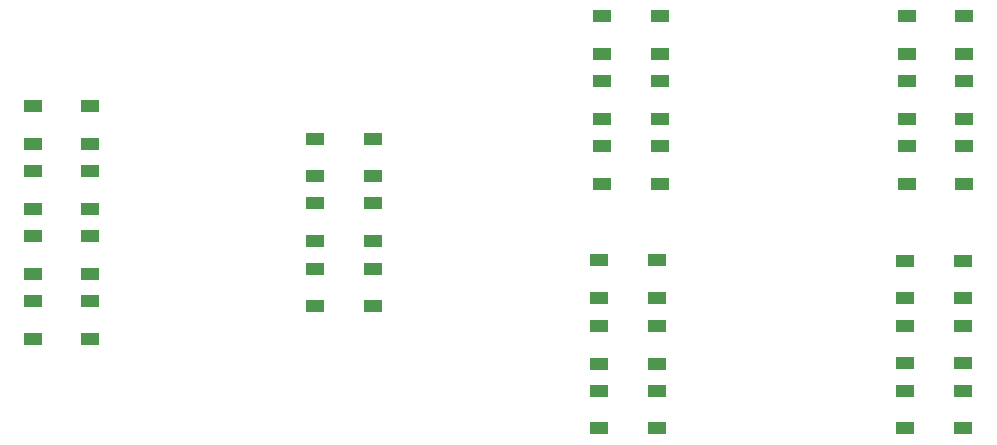
<source format=gbr>
%TF.GenerationSoftware,KiCad,Pcbnew,9.0.6*%
%TF.CreationDate,2026-02-15T17:48:03-07:00*%
%TF.ProjectId,SoundRat,536f756e-6452-4617-942e-6b696361645f,rev?*%
%TF.SameCoordinates,Original*%
%TF.FileFunction,Paste,Top*%
%TF.FilePolarity,Positive*%
%FSLAX46Y46*%
G04 Gerber Fmt 4.6, Leading zero omitted, Abs format (unit mm)*
G04 Created by KiCad (PCBNEW 9.0.6) date 2026-02-15 17:48:03*
%MOMM*%
%LPD*%
G01*
G04 APERTURE LIST*
%ADD10R,1.500000X1.000000*%
G04 APERTURE END LIST*
D10*
%TO.C,D12*%
X168875000Y-114187500D03*
X168875000Y-117387500D03*
X173775000Y-117387500D03*
X173775000Y-114187500D03*
%TD*%
%TO.C,D19*%
X194800000Y-114200000D03*
X194800000Y-117400000D03*
X199700000Y-117400000D03*
X199700000Y-114200000D03*
%TD*%
%TO.C,D11*%
X168875000Y-119712500D03*
X168875000Y-122912500D03*
X173775000Y-122912500D03*
X173775000Y-119712500D03*
%TD*%
%TO.C,D15*%
X120900000Y-106618750D03*
X120900000Y-109818750D03*
X125800000Y-109818750D03*
X125800000Y-106618750D03*
%TD*%
%TO.C,D4*%
X169150000Y-104512500D03*
X169150000Y-107712500D03*
X174050000Y-107712500D03*
X174050000Y-104512500D03*
%TD*%
%TO.C,D2*%
X144850000Y-109362500D03*
X144850000Y-112562500D03*
X149750000Y-112562500D03*
X149750000Y-109362500D03*
%TD*%
%TO.C,D8*%
X194900000Y-99012500D03*
X194900000Y-102212500D03*
X199800000Y-102212500D03*
X199800000Y-99012500D03*
%TD*%
%TO.C,D16*%
X120900000Y-101118750D03*
X120900000Y-104318750D03*
X125800000Y-104318750D03*
X125800000Y-101118750D03*
%TD*%
%TO.C,D13*%
X120900000Y-117618750D03*
X120900000Y-120818750D03*
X125800000Y-120818750D03*
X125800000Y-117618750D03*
%TD*%
%TO.C,D18*%
X194800000Y-119700000D03*
X194800000Y-122900000D03*
X199700000Y-122900000D03*
X199700000Y-119700000D03*
%TD*%
%TO.C,D7*%
X194900000Y-104512500D03*
X194900000Y-107712500D03*
X199800000Y-107712500D03*
X199800000Y-104512500D03*
%TD*%
%TO.C,D6*%
X169150000Y-93512500D03*
X169150000Y-96712500D03*
X174050000Y-96712500D03*
X174050000Y-93512500D03*
%TD*%
%TO.C,D14*%
X120900000Y-112118750D03*
X120900000Y-115318750D03*
X125800000Y-115318750D03*
X125800000Y-112118750D03*
%TD*%
%TO.C,D10*%
X168875000Y-125212500D03*
X168875000Y-128412500D03*
X173775000Y-128412500D03*
X173775000Y-125212500D03*
%TD*%
%TO.C,D9*%
X194900000Y-93512500D03*
X194900000Y-96712500D03*
X199800000Y-96712500D03*
X199800000Y-93512500D03*
%TD*%
%TO.C,D5*%
X169150000Y-99012500D03*
X169150000Y-102212500D03*
X174050000Y-102212500D03*
X174050000Y-99012500D03*
%TD*%
%TO.C,D1*%
X144850000Y-114868750D03*
X144850000Y-118068750D03*
X149750000Y-118068750D03*
X149750000Y-114868750D03*
%TD*%
%TO.C,D3*%
X144850000Y-103868750D03*
X144850000Y-107068750D03*
X149750000Y-107068750D03*
X149750000Y-103868750D03*
%TD*%
%TO.C,D17*%
X194800000Y-125200000D03*
X194800000Y-128400000D03*
X199700000Y-128400000D03*
X199700000Y-125200000D03*
%TD*%
M02*

</source>
